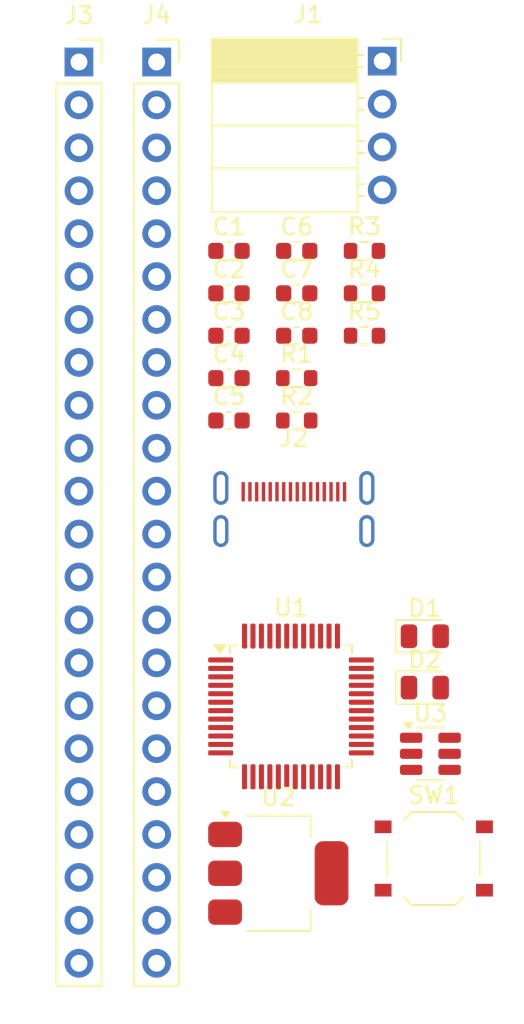
<source format=kicad_pcb>
(kicad_pcb (version 20240108) (generator "pcbnew") (generator_version "8.0")
  (layers (0 "F.Cu" signal) (31 "B.Cu" signal) (34 "B.Paste" user) (35 "F.Paste" user) (36 "B.SilkS" user "B.Silkscreen") (37 "F.SilkS" user "F.Silkscreen") (38 "B.Mask" user) (39 "F.Mask" user) (44 "Edge.Cuts" user))
  (net 0 "")
  (net 1 "NRST")
  (net 2 "GND")
  (net 3 "+3V3")
  (net 4 "+5V")
  (net 5 "Net-(D1-K)")
  (net 6 "Net-(D2-K)")
  (net 7 "D24")
  (net 8 "BOOT")
  (net 9 "Net-(J2-CC1)")
  (net 10 "Net-(J2-CC2)")
  (net 11 "A4")
  (net 12 "D17")
  (net 13 "USB_DM_D0")
  (net 14 "USB_DP_D1")
  (net 15 "D21")
  (net 16 "A3")
  (net 17 "SPI_SCK_PWM_D13")
  (net 18 "D8")
  (net 19 "A8")
  (net 20 "SPI_MOSI_I2S_SD_PWM_D15")
  (net 21 "D5")
  (net 22 "USART_TX_PWM_D10")
  (net 23 "A7")
  (net 24 "CAN_RX_PWM_D18")
  (net 25 "A0")
  (net 26 "USART_TX_PWM_D11")
  (net 27 "D22")
  (net 28 "D6")
  (net 29 "D7")
  (net 30 "A5")
  (net 31 "CAN_TX_PWM_D19")
  (net 32 "D20")
  (net 33 "A2")
  (net 34 "D2")
  (net 35 "A1")
  (net 36 "I2C_SDA_PWM_D4")
  (net 37 "/SWCLK")
  (net 38 "D23")
  (net 39 "I2C_SCL_PWM_D3")
  (net 40 "PWM_D9")
  (net 41 "SPI_MISO_I2S_MCK_PWM_D14")
  (net 42 "A9")
  (net 43 "/SWDIO")
  (net 44 "A6")
  (net 45 "I2S_WS_PWM_D12")
  (net 46 "D16")
  (net 47 "Net-(J2-D--PadA7)")
  (net 48 "Net-(J2-D+-PadA6)")
  (footprint "Resistor_SMD:R_0603_1608Metric" (layer "F.Cu") (at 97.958 110.749)
    (property "Reference" "R2" (at 0 -1.43 0) (layer "F.SilkS"))
    (property "Value" "51R")
    (fp_line (start -0.237258 -0.5225) (end 0.237258 -0.5225) (stroke (width 0.12)) (layer "F.SilkS"))
    (fp_line (start -0.237258 0.5225) (end 0.237258 0.5225) (stroke (width 0.12)) (layer "F.SilkS"))
    (pad "1" smd roundrect (at -0.825 0) (size 0.8 0.95) (layers "F.Cu" "F.Paste" "F.Mask") (net 5 "Net-(D1-K)"))
    (pad "2" smd roundrect (at 0.825 0) (size 0.8 0.95) (layers "F.Cu" "F.Paste" "F.Mask") (net 2 "GND"))
  )
  (footprint "Resistor_SMD:R_0603_1608Metric" (layer "F.Cu") (at 101.968 100.709)
    (property "Reference" "R3" (at 0 -1.43 0) (layer "F.SilkS"))
    (property "Value" "5.1k")
    (fp_line (start -0.237258 -0.5225) (end 0.237258 -0.5225) (stroke (width 0.12)) (layer "F.SilkS"))
    (fp_line (start -0.237258 0.5225) (end 0.237258 0.5225) (stroke (width 0.12)) (layer "F.SilkS"))
    (pad "1" smd roundrect (at -0.825 0) (size 0.8 0.95) (layers "F.Cu" "F.Paste" "F.Mask") (net 2 "GND"))
    (pad "2" smd roundrect (at 0.825 0) (size 0.8 0.95) (layers "F.Cu" "F.Paste" "F.Mask") (net 9 "Net-(J2-CC1)"))
  )
  (footprint "Capacitor_SMD:C_0603_1608Metric" (layer "F.Cu") (at 97.958 105.729)
    (property "Reference" "C8" (at 0 -1.43 0) (layer "F.SilkS"))
    (property "Value" "22uF")
    (fp_line (start -0.14058 -0.51) (end 0.14058 -0.51) (stroke (width 0.12)) (layer "F.SilkS"))
    (fp_line (start -0.14058 0.51) (end 0.14058 0.51) (stroke (width 0.12)) (layer "F.SilkS"))
    (pad "1" smd roundrect (at -0.775 0) (size 0.9 0.95) (layers "F.Cu" "F.Paste" "F.Mask") (net 3 "+3V3"))
    (pad "2" smd roundrect (at 0.775 0) (size 0.9 0.95) (layers "F.Cu" "F.Paste" "F.Mask") (net 2 "GND"))
  )
  (footprint "Resistor_SMD:R_0603_1608Metric" (layer "F.Cu") (at 101.968 105.729)
    (property "Reference" "R5" (at 0 -1.43 0) (layer "F.SilkS"))
    (property "Value" "51R")
    (fp_line (start -0.237258 -0.5225) (end 0.237258 -0.5225) (stroke (width 0.12)) (layer "F.SilkS"))
    (fp_line (start -0.237258 0.5225) (end 0.237258 0.5225) (stroke (width 0.12)) (layer "F.SilkS"))
    (pad "1" smd roundrect (at -0.825 0) (size 0.8 0.95) (layers "F.Cu" "F.Paste" "F.Mask") (net 6 "Net-(D2-K)"))
    (pad "2" smd roundrect (at 0.825 0) (size 0.8 0.95) (layers "F.Cu" "F.Paste" "F.Mask") (net 2 "GND"))
  )
  (footprint "Capacitor_SMD:C_0603_1608Metric" (layer "F.Cu") (at 97.958 100.709)
    (property "Reference" "C6" (at 0 -1.43 0) (layer "F.SilkS"))
    (property "Value" "0.1uF")
    (fp_line (start -0.14058 -0.51) (end 0.14058 -0.51) (stroke (width 0.12)) (layer "F.SilkS"))
    (fp_line (start -0.14058 0.51) (end 0.14058 0.51) (stroke (width 0.12)) (layer "F.SilkS"))
    (pad "1" smd roundrect (at -0.775 0) (size 0.9 0.95) (layers "F.Cu" "F.Paste" "F.Mask") (net 3 "+3V3"))
    (pad "2" smd roundrect (at 0.775 0) (size 0.9 0.95) (layers "F.Cu" "F.Paste" "F.Mask") (net 2 "GND"))
  )
  (footprint "Connector_PinSocket_2.54mm:PinSocket_1x22_P2.54mm_Vertical" (layer "F.Cu") (at 85.068 89.529)
    (property "Reference" "J3" (at 0 -2.77 0) (layer "F.SilkS"))
    (property "Value" "Conn_01x22")
    (fp_line (start -1.33 1.27) (end -1.33 54.67) (stroke (width 0.12)) (layer "F.SilkS"))
    (fp_line (start -1.33 1.27) (end 1.33 1.27) (stroke (width 0.12)) (layer "F.SilkS"))
    (fp_line (start -1.33 54.67) (end 1.33 54.67) (stroke (width 0.12)) (layer "F.SilkS"))
    (fp_line (start 0 -1.33) (end 1.33 -1.33) (stroke (width 0.12)) (layer "F.SilkS"))
    (fp_line (start 1.33 -1.33) (end 1.33 0) (stroke (width 0.12)) (layer "F.SilkS"))
    (fp_line (start 1.33 1.27) (end 1.33 54.67) (stroke (width 0.12)) (layer "F.SilkS"))
    (pad "1" thru_hole rect (at 0 0) (size 1.7 1.7) (drill 1) (layers "*.Cu" "*.Mask") (net 32 "D20"))
    (pad "2" thru_hole oval (at 0 2.54) (size 1.7 1.7) (drill 1) (layers "*.Cu" "*.Mask") (net 15 "D21"))
    (pad "3" thru_hole oval (at 0 5.08) (size 1.7 1.7) (drill 1) (layers "*.Cu" "*.Mask") (net 27 "D22"))
    (pad "4" thru_hole oval (at 0 7.62) (size 1.7 1.7) (drill 1) (layers "*.Cu" "*.Mask") (net 38 "D23"))
    (pad "5" thru_hole oval (at 0 10.16) (size 1.7 1.7) (drill 1) (layers "*.Cu" "*.Mask") (net 3 "+3V3"))
    (pad "6" thru_hole oval (at 0 12.7) (size 1.7 1.7) (drill 1) (layers "*.Cu" "*.Mask"))
    (pad "7" thru_hole oval (at 0 15.24) (size 1.7 1.7) (drill 1) (layers "*.Cu" "*.Mask") (net 25 "A0"))
    (pad "8" thru_hole oval (at 0 17.78) (size 1.7 1.7) (drill 1) (layers "*.Cu" "*.Mask") (net 35 "A1"))
    (pad "9" thru_hole oval (at 0 20.32) (size 1.7 1.7) (drill 1) (layers "*.Cu" "*.Mask") (net 33 "A2"))
    (pad "10" thru_hole oval (at 0 22.86) (size 1.7 1.7) (drill 1) (layers "*.Cu" "*.Mask") (net 16 "A3"))
    (pad "11" thru_hole oval (at 0 25.4) (size 1.7 1.7) (drill 1) (layers "*.Cu" "*.Mask") (net 11 "A4"))
    (pad "12" thru_hole oval (at 0 27.94) (size 1.7 1.7) (drill 1) (layers "*.Cu" "*.Mask") (net 30 "A5"))
    (pad "13" thru_hole oval (at 0 30.48) (size 1.7 1.7) (drill 1) (layers "*.Cu" "*.Mask") (net 44 "A6"))
    (pad "14" thru_hole oval (at 0 33.02) (size 1.7 1.7) (drill 1) (layers "*.Cu" "*.Mask") (net 23 "A7"))
    (pad "15" thru_hole oval (at 0 35.56) (size 1.7 1.7) (drill 1) (layers "*.Cu" "*.Mask") (net 19 "A8"))
    (pad "16" thru_hole oval (at 0 38.1) (size 1.7 1.7) (drill 1) (layers "*.Cu" "*.Mask") (net 42 "A9"))
    (pad "17" thru_hole oval (at 0 40.64) (size 1.7 1.7) (drill 1) (layers "*.Cu" "*.Mask") (net 2 "GND"))
    (pad "18" thru_hole oval (at 0 43.18) (size 1.7 1.7) (drill 1) (layers "*.Cu" "*.Mask") (net 2 "GND"))
    (pad "19" thru_hole oval (at 0 45.72) (size 1.7 1.7) (drill 1) (layers "*.Cu" "*.Mask") (net 8 "BOOT"))
    (pad "20" thru_hole oval (at 0 48.26) (size 1.7 1.7) (drill 1) (layers "*.Cu" "*.Mask") (net 1 "NRST"))
    (pad "21" thru_hole oval (at 0 50.8) (size 1.7 1.7) (drill 1) (layers "*.Cu" "*.Mask") (net 4 "+5V"))
    (pad "22" thru_hole oval (at 0 53.34) (size 1.7 1.7) (drill 1) (layers "*.Cu" "*.Mask") (net 4 "+5V"))
  )
  (footprint "Connector_PinSocket_2.54mm:PinSocket_1x22_P2.54mm_Vertical" (layer "F.Cu") (at 89.668 89.529)
    (property "Reference" "J4" (at 0 -2.77 0) (layer "F.SilkS"))
    (property "Value" "Conn_01x22")
    (fp_line (start -1.33 1.27) (end -1.33 54.67) (stroke (width 0.12)) (layer "F.SilkS"))
    (fp_line (start -1.33 1.27) (end 1.33 1.27) (stroke (width 0.12)) (layer "F.SilkS"))
    (fp_line (start -1.33 54.67) (end 1.33 54.67) (stroke (width 0.12)) (layer "F.SilkS"))
    (fp_line (start 0 -1.33) (end 1.33 -1.33) (stroke (width 0.12)) (layer "F.SilkS"))
    (fp_line (start 1.33 -1.33) (end 1.33 0) (stroke (width 0.12)) (layer "F.SilkS"))
    (fp_line (start 1.33 1.27) (end 1.33 54.67) (stroke (width 0.12)) (layer "F.SilkS"))
    (pad "1" thru_hole rect (at 0 0) (size 1.7 1.7) (drill 1) (layers "*.Cu" "*.Mask") (net 31 "CAN_TX_PWM_D19"))
    (pad "2" thru_hole oval (at 0 2.54) (size 1.7 1.7) (drill 1) (layers "*.Cu" "*.Mask") (net 24 "CAN_RX_PWM_D18"))
    (pad "3" thru_hole oval (at 0 5.08) (size 1.7 1.7) (drill 1) (layers "*.Cu" "*.Mask") (net 12 "D17"))
    (pad "4" thru_hole oval (at 0 7.62) (size 1.7 1.7) (drill 1) (layers "*.Cu" "*.Mask") (net 46 "D16"))
    (pad "5" thru_hole oval (at 0 10.16) (size 1.7 1.7) (drill 1) (layers "*.Cu" "*.Mask") (net 20 "SPI_MOSI_I2S_SD_PWM_D15"))
    (pad "6" thru_hole oval (at 0 12.7) (size 1.7 1.7) (drill 1) (layers "*.Cu" "*.Mask") (net 41 "SPI_MISO_I2S_MCK_PWM_D14"))
    (pad "7" thru_hole oval (at 0 15.24) (size 1.7 1.7) (drill 1) (layers "*.Cu" "*.Mask"))
    (pad "8" thru_hole oval (at 0 17.78) (size 1.7 1.7) (drill 1) (layers "*.Cu" "*.Mask") (net 17 "SPI_SCK_PWM_D13"))
    (pad "9" thru_hole oval (at 0 20.32) (size 1.7 1.7) (drill 1) (layers "*.Cu" "*.Mask") (net 45 "I2S_WS_PWM_D12"))
    (pad "10" thru_hole oval (at 0 22.86) (size 1.7 1.7) (drill 1) (layers "*.Cu" "*.Mask") (net 26 "USART_TX_PWM_D11"))
    (pad "11" thru_hole oval (at 0 25.4) (size 1.7 1.7) (drill 1) (layers "*.Cu" "*.Mask") (net 22 "USART_TX_PWM_D10"))
    (pad "12" thru_hole oval (at 0 27.94) (size 1.7 1.7) (drill 1) (layers "*.Cu" "*.Mask") (net 40 "PWM_D9"))
    (pad "13" thru_hole oval (at 0 30.48) (size 1.7 1.7) (drill 1) (layers "*.Cu" "*.Mask") (net 18 "D8"))
    (pad "14" thru_hole oval (at 0 33.02) (size 1.7 1.7) (drill 1) (layers "*.Cu" "*.Mask") (net 29 "D7"))
    (pad "15" thru_hole oval (at 0 35.56) (size 1.7 1.7) (drill 1) (layers "*.Cu" "*.Mask"))
    (pad "16" thru_hole oval (at 0 38.1) (size 1.7 1.7) (drill 1) (layers "*.Cu" "*.Mask") (net 28 "D6"))
    (pad "17" thru_hole oval (at 0 40.64) (size 1.7 1.7) (drill 1) (layers "*.Cu" "*.Mask") (net 21 "D5"))
    (pad "18" thru_hole oval (at 0 43.18) (size 1.7 1.7) (drill 1) (layers "*.Cu" "*.Mask") (net 36 "I2C_SDA_PWM_D4"))
    (pad "19" thru_hole oval (at 0 45.72) (size 1.7 1.7) (drill 1) (layers "*.Cu" "*.Mask") (net 39 "I2C_SCL_PWM_D3"))
    (pad "20" thru_hole oval (at 0 48.26) (size 1.7 1.7) (drill 1) (layers "*.Cu" "*.Mask") (net 34 "D2"))
    (pad "21" thru_hole oval (at 0 50.8) (size 1.7 1.7) (drill 1) (layers "*.Cu" "*.Mask") (net 14 "USB_DP_D1"))
    (pad "22" thru_hole oval (at 0 53.34) (size 1.7 1.7) (drill 1) (layers "*.Cu" "*.Mask") (net 13 "USB_DM_D0"))
  )
  (footprint "Capacitor_SMD:C_0603_1608Metric" (layer "F.Cu") (at 93.948 100.709)
    (property "Reference" "C1" (at 0 -1.43 0) (layer "F.SilkS"))
    (property "Value" "0.1uF")
    (fp_line (start -0.14058 -0.51) (end 0.14058 -0.51) (stroke (width 0.12)) (layer "F.SilkS"))
    (fp_line (start -0.14058 0.51) (end 0.14058 0.51) (stroke (width 0.12)) (layer "F.SilkS"))
    (pad "1" smd roundrect (at -0.775 0) (size 0.9 0.95) (layers "F.Cu" "F.Paste" "F.Mask") (net 2 "GND"))
    (pad "2" smd roundrect (at 0.775 0) (size 0.9 0.95) (layers "F.Cu" "F.Paste" "F.Mask") (net 1 "NRST"))
  )
  (footprint "Package_TO_SOT_SMD:SOT-23-6" (layer "F.Cu") (at 105.868 130.474)
    (property "Reference" "U3" (at 0 -2.4 0) (layer "F.SilkS"))
    (property "Value" "USBLC6-2SC6")
    (fp_line (start 0 -1.56) (end -0.8 -1.56) (stroke (width 0.12)) (layer "F.SilkS"))
    (fp_line (start 0 -1.56) (end 0.8 -1.56) (stroke (width 0.12)) (layer "F.SilkS"))
    (fp_line (start 0 1.56) (end -0.8 1.56) (stroke (width 0.12)) (layer "F.SilkS"))
    (fp_line (start 0 1.56) (end 0.8 1.56) (stroke (width 0.12)) (layer "F.SilkS"))
    (fp_poly (pts (xy -1.3 -1.51) (xy -1.54 -1.84) (xy -1.06 -1.84) (xy -1.3 -1.51)) (stroke (width 0.12)) (fill solid) (layer "F.SilkS"))
    (pad "1" smd roundrect (at -1.1375 -0.95) (size 1.325 0.6) (layers "F.Cu" "F.Paste" "F.Mask") (net 47 "Net-(J2-D--PadA7)"))
    (pad "2" smd roundrect (at -1.1375 0) (size 1.325 0.6) (layers "F.Cu" "F.Paste" "F.Mask") (net 2 "GND"))
    (pad "3" smd roundrect (at -1.1375 0.95) (size 1.325 0.6) (layers "F.Cu" "F.Paste" "F.Mask") (net 48 "Net-(J2-D+-PadA6)"))
    (pad "4" smd roundrect (at 1.1375 0.95) (size 1.325 0.6) (layers "F.Cu" "F.Paste" "F.Mask") (net 14 "USB_DP_D1"))
    (pad "5" smd roundrect (at 1.1375 0) (size 1.325 0.6) (layers "F.Cu" "F.Paste" "F.Mask") (net 4 "+5V"))
    (pad "6" smd roundrect (at 1.1375 -0.95) (size 1.325 0.6) (layers "F.Cu" "F.Paste" "F.Mask") (net 13 "USB_DM_D0"))
  )
  (footprint "Package_QFP:LQFP-48_7x7mm_P0.5mm" (layer "F.Cu") (at 97.618 127.669)
    (property "Reference" "U1" (at 0 -5.85 0) (layer "F.SilkS"))
    (property "Value" "STM32F042C6Tx")
    (fp_line (start -3.61 -3.61) (end -3.61 -3.16) (stroke (width 0.12)) (layer "F.SilkS"))
    (fp_line (start -3.61 3.61) (end -3.61 3.16) (stroke (width 0.12)) (layer "F.SilkS"))
    (fp_line (start -3.16 -3.61) (end -3.61 -3.61) (stroke (width 0.12)) (layer "F.SilkS"))
    (fp_line (start -3.16 3.61) (end -3.61 3.61) (stroke (width 0.12)) (layer "F.SilkS"))
    (fp_line (start 3.16 -3.61) (end 3.61 -3.61) (stroke (width 0.12)) (layer "F.SilkS"))
    (fp_line (start 3.16 3.61) (end 3.61 3.61) (stroke (width 0.12)) (layer "F.SilkS"))
    (fp_line (start 3.61 -3.61) (end 3.61 -3.16) (stroke (width 0.12)) (layer "F.SilkS"))
    (fp_line (start 3.61 3.61) (end 3.61 3.16) (stroke (width 0.12)) (layer "F.SilkS"))
    (fp_poly (pts (xy -4.2 -3.16) (xy -4.54 -3.63) (xy -3.86 -3.63) (xy -4.2 -3.16)) (stroke (width 0.12)) (fill solid) (layer "F.SilkS"))
    (pad "1" smd roundrect (at -4.1625 -2.75) (size 1.475 0.3) (layers "F.Cu" "F.Paste" "F.Mask") (net 3 "+3V3"))
    (pad "2" smd roundrect (at -4.1625 -2.25) (size 1.475 0.3) (layers "F.Cu" "F.Paste" "F.Mask") (net 32 "D20"))
    (pad "3" smd roundrect (at -4.1625 -1.75) (size 1.475 0.3) (layers "F.Cu" "F.Paste" "F.Mask") (net 15 "D21"))
    (pad "4" smd roundrect (at -4.1625 -1.25) (size 1.475 0.3) (layers "F.Cu" "F.Paste" "F.Mask") (net 27 "D22"))
    (pad "5" smd roundrect (at -4.1625 -0.75) (size 1.475 0.3) (layers "F.Cu" "F.Paste" "F.Mask") (net 38 "D23"))
    (pad "6" smd roundrect (at -4.1625 -0.25) (size 1.475 0.3) (layers "F.Cu" "F.Paste" "F.Mask") (net 7 "D24"))
    (pad "7" smd roundrect (at -4.1625 0.25) (size 1.475 0.3) (layers "F.Cu" "F.Paste" "F.Mask") (net 1 "NRST"))
    (pad "8" smd roundrect (at -4.1625 0.75) (size 1.475 0.3) (layers "F.Cu" "F.Paste" "F.Mask") (net 2 "GND"))
    (pad "9" smd roundrect (at -4.1625 1.25) (size 1.475 0.3) (layers "F.Cu" "F.Paste" "F.Mask") (net 3 "+3V3"))
    (pad "10" smd roundrect (at -4.1625 1.75) (size 1.475 0.3) (layers "F.Cu" "F.Paste" "F.Mask") (net 42 "A9"))
    (pad "11" smd roundrect (at -4.1625 2.25) (size 1.475 0.3) (layers "F.Cu" "F.Paste" "F.Mask") (net 19 "A8"))
    (pad "12" smd roundrect (at -4.1625 2.75) (size 1.475 0.3) (layers "F.Cu" "F.Paste" "F.Mask") (net 23 "A7"))
    (pad "13" smd roundrect (at -2.75 4.1625) (size 0.3 1.475) (layers "F.Cu" "F.Paste" "F.Mask") (net 44 "A6"))
    (pad "14" smd roundrect (at -2.25 4.1625) (size 0.3 1.475) (layers "F.Cu" "F.Paste" "F.Mask") (net 30 "A5"))
    (pad "15" smd roundrect (at -1.75 4.1625) (size 0.3 1.475) (layers "F.Cu" "F.Paste" "F.Mask") (net 11 "A4"))
    (pad "16" smd roundrect (at -1.25 4.1625) (size 0.3 1.475) (layers "F.Cu" "F.Paste" "F.Mask") (net 16 "A3"))
    (pad "17" smd roundrect (at -0.75 4.1625) (size 0.3 1.475) (layers "F.Cu" "F.Paste" "F.Mask") (net 33 "A2"))
    (pad "18" smd roundrect (at -0.25 4.1625) (size 0.3 1.475) (layers "F.Cu" "F.Paste" "F.Mask") (net 35 "A1"))
    (pad "19" smd roundrect (at 0.25 4.1625) (size 0.3 1.475) (layers "F.Cu" "F.Paste" "F.Mask") (net 25 "A0"))
    (pad "20" smd roundrect (at 0.75 4.1625) (size 0.3 1.475) (layers "F.Cu" "F.Paste" "F.Mask") (net 34 "D2"))
    (pad "21" smd roundrect (at 1.25 4.1625) (size 0.3 1.475) (layers "F.Cu" "F.Paste" "F.Mask") (net 39 "I2C_SCL_PWM_D3"))
    (pad "22" smd roundrect (at 1.75 4.1625) (size 0.3 1.475) (layers "F.Cu" "F.Paste" "F.Mask") (net 36 "I2C_SDA_PWM_D4"))
    (pad "23" smd roundrect (at 2.25 4.1625) (size 0.3 1.475) (layers "F.Cu" "F.Paste" "F.Mask") (net 2 "GND"))
    (pad "24" smd roundrect (at 2.75 4.1625) (size 0.3 1.475) (layers "F.Cu" "F.Paste" "F.Mask") (net 3 "+3V3"))
    (pad "25" smd roundrect (at 4.1625 2.75) (size 1.475 0.3) (layers "F.Cu" "F.Paste" "F.Mask") (net 21 "D5"))
    (pad "26" smd roundrect (at 4.1625 2.25) (size 1.475 0.3) (layers "F.Cu" "F.Paste" "F.Mask") (net 28 "D6"))
    (pad "27" smd roundrect (at 4.1625 1.75) (size 1.475 0.3) (layers "F.Cu" "F.Paste" "F.Mask") (net 29 "D7"))
    (pad "28" smd roundrect (at 4.1625 1.25) (size 1.475 0.3) (layers "F.Cu" "F.Paste" "F.Mask") (net 18 "D8"))
    (pad "29" smd roundrect (at 4.1625 0.75) (size 1.475 0.3) (layers "F.Cu" "F.Paste" "F.Mask") (net 40 "PWM_D9"))
    (pad "30" smd roundrect (at 4.1625 0.25) (size 1.475 0.3) (layers "F.Cu" "F.Paste" "F.Mask") (net 22 "USART_TX_PWM_D10"))
    (pad "31" smd roundrect (at 4.1625 -0.25) (size 1.475 0.3) (layers "F.Cu" "F.Paste" "F.Mask") (net 26 "USART_TX_PWM_D11"))
    (pad "32" smd roundrect (at 4.1625 -0.75) (size 1.475 0.3) (layers "F.Cu" "F.Paste" "F.Mask") (net 13 "USB_DM_D0"))
    (pad "33" smd roundrect (at 4.1625 -1.25) (size 1.475 0.3) (layers "F.Cu" "F.Paste" "F.Mask") (net 14 "USB_DP_D1"))
    (pad "34" smd roundrect (at 4.1625 -1.75) (size 1.475 0.3) (layers "F.Cu" "F.Paste" "F.Mask") (net 43 "/SWDIO"))
    (pad "35" smd roundrect (at 4.1625 -2.25) (size 1.475 0.3) (layers "F.Cu" "F.Paste" "F.Mask") (net 2 "GND"))
    (pad "36" smd roundrect (at 4.1625 -2.75) (size 1.475 0.3) (layers "F.Cu" "F.Paste" "F.Mask") (net 3 "+3V3"))
    (pad "37" smd roundrect (at 2.75 -4.1625) (size 0.3 1.475) (layers "F.Cu" "F.Paste" "F.Mask") (net 37 "/SWCLK"))
    (pad "38" smd roundrect (at 2.25 -4.1625) (size 0.3 1.475) (layers "F.Cu" "F.Paste" "F.Mask") (net 45 "I2S_WS_PWM_D12"))
    (pad "39" smd roundrect (at 1.75 -4.1625) (size 0.3 1.475) (layers "F.Cu" "F.Paste" "F.Mask") (net 17 "SPI_SCK_PWM_D13"))
    (pad "40" smd roundrect (at 1.25 -4.1625) (size 0.3 1.475) (layers "F.Cu" "F.Paste" "F.Mask") (net 41 "SPI_MISO_I2S_MCK_PWM_D14"))
    (pad "41" smd roundrect (at 0.75 -4.1625) (size 0.3 1.475) (layers "F.Cu" "F.Paste" "F.Mask") (net 20 "SPI_MOSI_I2S_SD_PWM_D15"))
    (pad "42" smd roundrect (at 0.25 -4.1625) (size 0.3 1.475) (layers "F.Cu" "F.Paste" "F.Mask") (net 46 "D16"))
    (pad "43" smd roundrect (at -0.25 -4.1625) (size 0.3 1.475) (layers "F.Cu" "F.Paste" "F.Mask") (net 12 "D17"))
    (pad "44" smd roundrect (at -0.75 -4.1625) (size 0.3 1.475) (layers "F.Cu" "F.Paste" "F.Mask") (net 8 "BOOT"))
    (pad "45" smd roundrect (at -1.25 -4.1625) (size 0.3 1.475) (layers "F.Cu" "F.Paste" "F.Mask") (net 24 "CAN_RX_PWM_D18"))
    (pad "46" smd roundrect (at -1.75 -4.1625) (size 0.3 1.475) (layers "F.Cu" "F.Paste" "F.Mask") (net 31 "CAN_TX_PWM_D19"))
    (pad "47" smd roundrect (at -2.25 -4.1625) (size 0.3 1.475) (layers "F.Cu" "F.Paste" "F.Mask") (net 2 "GND"))
    (pad "48" smd roundrect (at -2.75 -4.1625) (size 0.3 1.475) (layers "F.Cu" "F.Paste" "F.Mask") (net 3 "+3V3"))
  )
  (footprint "LED_SMD:LED_0805_2012Metric" (layer "F.Cu") (at 105.538 123.514)
    (property "Reference" "D1" (at 0 -1.65 0) (layer "F.SilkS"))
    (property "Value" "LED")
    (fp_line (start -1.685 -0.96) (end -1.685 0.96) (stroke (width 0.12)) (layer "F.SilkS"))
    (fp_line (start -1.685 0.96) (end 1 0.96) (stroke (width 0.12)) (layer "F.SilkS"))
    (fp_line (start 1 -0.96) (end -1.685 -0.96) (stroke (width 0.12)) (layer "F.SilkS"))
    (pad "1" smd roundrect (at -0.9375 0) (size 0.975 1.4) (layers "F.Cu" "F.Paste" "F.Mask") (net 5 "Net-(D1-K)"))
    (pad "2" smd roundrect (at 0.9375 0) (size 0.975 1.4) (layers "F.Cu" "F.Paste" "F.Mask") (net 3 "+3V3"))
  )
  (footprint "Resistor_SMD:R_0603_1608Metric" (layer "F.Cu") (at 101.968 103.219)
    (property "Reference" "R4" (at 0 -1.43 0) (layer "F.SilkS"))
    (property "Value" "5.1k")
    (fp_line (start -0.237258 -0.5225) (end 0.237258 -0.5225) (stroke (width 0.12)) (layer "F.SilkS"))
    (fp_line (start -0.237258 0.5225) (end 0.237258 0.5225) (stroke (width 0.12)) (layer "F.SilkS"))
    (pad "1" smd roundrect (at -0.825 0) (size 0.8 0.95) (layers "F.Cu" "F.Paste" "F.Mask") (net 2 "GND"))
    (pad "2" smd roundrect (at 0.825 0) (size 0.8 0.95) (layers "F.Cu" "F.Paste" "F.Mask") (net 10 "Net-(J2-CC2)"))
  )
  (footprint "Capacitor_SMD:C_0603_1608Metric" (layer "F.Cu") (at 93.948 105.729)
    (property "Reference" "C3" (at 0 -1.43 0) (layer "F.SilkS"))
    (property "Value" "0.1uF")
    (fp_line (start -0.14058 -0.51) (end 0.14058 -0.51) (stroke (width 0.12)) (layer "F.SilkS"))
    (fp_line (start -0.14058 0.51) (end 0.14058 0.51) (stroke (width 0.12)) (layer "F.SilkS"))
    (pad "1" smd roundrect (at -0.775 0) (size 0.9 0.95) (layers "F.Cu" "F.Paste" "F.Mask") (net 3 "+3V3"))
    (pad "2" smd roundrect (at 0.775 0) (size 0.9 0.95) (layers "F.Cu" "F.Paste" "F.Mask") (net 2 "GND"))
  )
  (footprint "Capacitor_SMD:C_0603_1608Metric" (layer "F.Cu") (at 93.948 110.749)
    (property "Reference" "C5" (at 0 -1.43 0) (layer "F.SilkS"))
    (property "Value" "0.1uF")
    (fp_line (start -0.14058 -0.51) (end 0.14058 -0.51) (stroke (width 0.12)) (layer "F.SilkS"))
    (fp_line (start -0.14058 0.51) (end 0.14058 0.51) (stroke (width 0.12)) (layer "F.SilkS"))
    (pad "1" smd roundrect (at -0.775 0) (size 0.9 0.95) (layers "F.Cu" "F.Paste" "F.Mask") (net 3 "+3V3"))
    (pad "2" smd roundrect (at 0.775 0) (size 0.9 0.95) (layers "F.Cu" "F.Paste" "F.Mask") (net 2 "GND"))
  )
  (footprint "Capacitor_SMD:C_0603_1608Metric" (layer "F.Cu") (at 97.958 103.219)
    (property "Reference" "C7" (at 0 -1.43 0) (layer "F.SilkS"))
    (property "Value" "10uF")
    (fp_line (start -0.14058 -0.51) (end 0.14058 -0.51) (stroke (width 0.12)) (layer "F.SilkS"))
    (fp_line (start -0.14058 0.51) (end 0.14058 0.51) (stroke (width 0.12)) (layer "F.SilkS"))
    (pad "1" smd roundrect (at -0.775 0) (size 0.9 0.95) (layers "F.Cu" "F.Paste" "F.Mask") (net 4 "+5V"))
    (pad "2" smd roundrect (at 0.775 0) (size 0.9 0.95) (layers "F.Cu" "F.Paste" "F.Mask") (net 2 "GND"))
  )
  (footprint "Resistor_SMD:R_0603_1608Metric" (layer "F.Cu") (at 97.958 108.239)
    (property "Reference" "R1" (at 0 -1.43 0) (layer "F.SilkS"))
    (property "Value" "10k")
    (fp_line (start -0.237258 -0.5225) (end 0.237258 -0.5225) (stroke (width 0.12)) (layer "F.SilkS"))
    (fp_line (start -0.237258 0.5225) (end 0.237258 0.5225) (stroke (width 0.12)) (layer "F.SilkS"))
    (pad "1" smd roundrect (at -0.825 0) (size 0.8 0.95) (layers "F.Cu" "F.Paste" "F.Mask") (net 2 "GND"))
    (pad "2" smd roundrect (at 0.825 0) (size 0.8 0.95) (layers "F.Cu" "F.Paste" "F.Mask") (net 8 "BOOT"))
  )
  (footprint "Package_TO_SOT_SMD:SOT-223-3_TabPin2" (layer "F.Cu") (at 96.868 137.544)
    (property "Reference" "U2" (at 0 -4.5 0) (layer "F.SilkS"))
    (property "Value" "AMS1117-3.3")
    (fp_line (start -1.85 -3.41) (end 1.91 -3.41) (stroke (width 0.12)) (layer "F.SilkS"))
    (fp_line (start -1.85 3.41) (end 1.91 3.41) (stroke (width 0.12)) (layer "F.SilkS"))
    (fp_line (start 1.91 -3.41) (end 1.91 -2.15) (stroke (width 0.12)) (layer "F.SilkS"))
    (fp_line (start 1.91 3.41) (end 1.91 2.15) (stroke (width 0.12)) (layer "F.SilkS"))
    (fp_poly (pts (xy -3.13 -3.31) (xy -3.37 -3.64) (xy -2.89 -3.64) (xy -3.13 -3.31)) (stroke (width 0.12)) (fill solid) (layer "F.SilkS"))
    (pad "1" smd roundrect (at -3.15 -2.3) (size 2 1.5) (layers "F.Cu" "F.Paste" "F.Mask") (net 2 "GND"))
    (pad "2" smd roundrect (at -3.15 0) (size 2 1.5) (layers "F.Cu" "F.Paste" "F.Mask") (net 3 "+3V3"))
    (pad "2" smd roundrect (at 3.15 0) (size 2 3.8) (layers "F.Cu" "F.Paste" "F.Mask") (net 3 "+3V3"))
    (pad "3" smd roundrect (at -3.15 2.3) (size 2 1.5) (layers "F.Cu" "F.Paste" "F.Mask") (net 4 "+5V"))
  )
  (footprint "Capacitor_SMD:C_0603_1608Metric" (layer "F.Cu") (at 93.948 103.219)
    (property "Reference" "C2" (at 0 -1.43 0) (layer "F.SilkS"))
    (property "Value" "0.1uF")
    (fp_line (start -0.14058 -0.51) (end 0.14058 -0.51) (stroke (width 0.12)) (layer "F.SilkS"))
    (fp_line (start -0.14058 0.51) (end 0.14058 0.51) (stroke (width 0.12)) (layer "F.SilkS"))
    (pad "1" smd roundrect (at -0.775 0) (size 0.9 0.95) (layers "F.Cu" "F.Paste" "F.Mask") (net 3 "+3V3"))
    (pad "2" smd roundrect (at 0.775 0) (size 0.9 0.95) (layers "F.Cu" "F.Paste" "F.Mask") (net 2 "GND"))
  )
  (footprint "Connector_PinSocket_2.54mm:PinSocket_1x04_P2.54mm_Horizontal" (layer "F.Cu") (at 103.018 89.479)
    (property "Reference" "J1" (at -4.38 -2.77 0) (layer "F.SilkS"))
    (property "Value" "Conn_01x04")
    (fp_line (start -10.09 -1.33) (end -10.09 8.95) (stroke (width 0.12)) (layer "F.SilkS"))
    (fp_line (start -10.09 -1.33) (end -1.46 -1.33) (stroke (width 0.12)) (layer "F.SilkS"))
    (fp_line (start -10.09 -1.21) (end -1.46 -1.21) (stroke (width 0.12)) (layer "F.SilkS"))
    (fp_line (start -10.09 -1.091905) (end -1.46 -1.091905) (stroke (width 0.12)) (layer "F.SilkS"))
    (fp_line (start -10.09 -0.97381) (end -1.46 -0.97381) (stroke (width 0.12)) (layer "F.SilkS"))
    (fp_line (start -10.09 -0.855715) (end -1.46 -0.855715) (stroke (width 0.12)) (layer "F.SilkS"))
    (fp_line (start -10.09 -0.73762) (end -1.46 -0.73762) (stroke (width 0.12)) (layer "F.SilkS"))
    (fp_line (start -10.09 -0.619525) (end -1.46 -0.619525) (stroke (width 0.12)) (layer "F.SilkS"))
    (fp_line (start -10.09 -0.50143) (end -1.46 -0.50143) (stroke (width 0.12)) (layer "F.SilkS"))
    (fp_line (start -10.09 -0.383335) (end -1.46 -0.383335) (stroke (width 0.12)) (layer "F.SilkS"))
    (fp_line (start -10.09 -0.26524) (end -1.46 -0.26524) (stroke (width 0.12)) (layer "F.SilkS"))
    (fp_line (start -10.09 -0.147145) (end -1.46 -0.147145) (stroke (width 0.12)) (layer "F.SilkS"))
    (fp_line (start -10.09 -0.02905) (end -1.46 -0.02905) (stroke (width 0.12)) (layer "F.SilkS"))
    (fp_line (start -10.09 0.089045) (end -1.46 0.089045) (stroke (width 0.12)) (layer "F.SilkS"))
    (fp_line (start -10.09 0.20714) (end -1.46 0.20714) (stroke (width 0.12)) (layer "F.SilkS"))
    (fp_line (start -10.09 0.325235) (end -1.46 0.325235) (stroke (width 0.12)) (layer "F.SilkS"))
    (fp_line (start -10.09 0.44333) (end -1.46 0.44333) (stroke (width 0.12)) (layer "F.SilkS"))
    (fp_line (start -10.09 0.561425) (end -1.46 0.561425) (stroke (width 0.12)) (layer "F.SilkS"))
    (fp_line (start -10.09 0.67952) (end -1.46 0.67952) (stroke (width 0.12)) (layer "F.SilkS"))
    (fp_line (start -10.09 0.797615) (end -1.46 0.797615) (stroke (width 0.12)) (layer "F.SilkS"))
    (fp_line (start -10.09 0.91571) (end -1.46 0.91571) (stroke (width 0.12)) (layer "F.SilkS"))
    (fp_line (start -10.09 1.033805) (end -1.46 1.033805) (stroke (width 0.12)) (layer "F.SilkS"))
    (fp_line (start -10.09 1.1519) (end -1.46 1.1519) (stroke (width 0.12)) (layer "F.SilkS"))
    (fp_line (start -10.09 1.27) (end -1.46 1.27) (stroke (width 0.12)) (layer "F.SilkS"))
    (fp_line (start -10.09 3.81) (end -1.46 3.81) (stroke (width 0.12)) (layer "F.SilkS"))
    (fp_line (start -10.09 6.35) (end -1.46 6.35) (stroke (width 0.12)) (layer "F.SilkS"))
    (fp_line (start -10.09 8.95) (end -1.46 8.95) (stroke (width 0.12)) (layer "F.SilkS"))
    (fp_line (start -1.46 -1.33) (end -1.46 8.95) (stroke (width 0.12)) (layer "F.SilkS"))
    (fp_line (start -1.46 -0.36) (end -1.11 -0.36) (stroke (width 0.12)) (layer "F.SilkS"))
    (fp_line (start -1.46 0.36) (end -1.11 0.36) (stroke (width 0.12)) (layer "F.SilkS"))
    (fp_line (start -1.46 2.18) (end -1.05 2.18) (stroke (width 0.12)) (layer "F.SilkS"))
    (fp_line (start -1.46 2.9) (end -1.05 2.9) (stroke (width 0.12)) (layer "F.SilkS"))
    (fp_line (start -1.46 4.72) (end -1.05 4.72) (stroke (width 0.12)) (layer "F.SilkS"))
    (fp_line (start -1.46 5.44) (end -1.05 5.44) (stroke (width 0.12)) (layer "F.SilkS"))
    (fp_line (start -1.46 7.26) (end -1.05 7.26) (stroke (width 0.12)) (layer "F.SilkS"))
    (fp_line (start -1.46 7.98) (end -1.05 7.98) (stroke (width 0.12)) (layer "F.SilkS"))
    (fp_line (start 0 -1.33) (end 1.11 -1.33) (stroke (width 0.12)) (layer "F.SilkS"))
    (fp_line (start 1.11 -1.33) (end 1.11 0) (stroke (width 0.12)) (layer "F.SilkS"))
    (pad "1" thru_hole rect (at 0 0) (size 1.7 1.7) (drill 1) (layers "*.Cu" "*.Mask") (net 3 "+3V3"))
    (pad "2" thru_hole oval (at 0 2.54) (size 1.7 1.7) (drill 1) (layers "*.Cu" "*.Mask") (net 43 "/SWDIO"))
    (pad "3" thru_hole oval (at 0 5.08) (size 1.7 1.7) (drill 1) (layers "*.Cu" "*.Mask") (net 37 "/SWCLK"))
    (pad "4" thru_hole oval (at 0 7.62) (size 1.7 1.7) (drill 1) (layers "*.Cu" "*.Mask") (net 2 "GND"))
  )
  (footprint "Button_Switch_SMD:SW_Push_1P1T_XKB_TS-1187A" (layer "F.Cu") (at 106.068 136.669)
    (property "Reference" "SW1" (at 0 -3.75 0) (layer "F.SilkS"))
    (property "Value" "SW_Push")
    (fp_line (start -2.75 -1) (end -2.75 1) (stroke (width 0.12)) (layer "F.SilkS"))
    (fp_line (start -1.75 -2.3) (end -1.3 -2.75) (stroke (width 0.12)) (layer "F.SilkS"))
    (fp_line (start -1.75 2.3) (end -1.3 2.75) (stroke (width 0.12)) (layer "F.SilkS"))
    (fp_line (start -1.3 -2.75) (end 1.3 -2.75) (stroke (width 0.12)) (layer "F.SilkS"))
    (fp_line (start -1.3 2.75) (end 1.3 2.75) (stroke (width 0.12)) (layer "F.SilkS"))
    (fp_line (start 1.75 -2.3) (end 1.3 -2.75) (stroke (width 0.12)) (layer "F.SilkS"))
    (fp_line (start 1.75 2.3) (end 1.3 2.75) (stroke (width 0.12)) (layer "F.SilkS"))
    (fp_line (start 2.75 -1) (end 2.75 1) (stroke (width 0.12)) (layer "F.SilkS"))
    (pad "1" smd rect (at -3 -1.875) (size 1 0.75) (layers "F.Cu" "F.Paste" "F.Mask") (net 2 "GND"))
    (pad "1" smd rect (at 3 -1.875) (size 1 0.75) (layers "F.Cu" "F.Paste" "F.Mask") (net 2 "GND"))
    (pad "2" smd rect (at -3 1.875) (size 1 0.75) (layers "F.Cu" "F.Paste" "F.Mask") (net 1 "NRST"))
    (pad "2" smd rect (at 3 1.875) (size 1 0.75) (layers "F.Cu" "F.Paste" "F.Mask") (net 1 "NRST"))
  )
  (footprint "LED_SMD:LED_0805_2012Metric" (layer "F.Cu") (at 105.538 126.554)
    (property "Reference" "D2" (at 0 -1.65 0) (layer "F.SilkS"))
    (property "Value" "LED")
    (fp_line (start -1.685 -0.96) (end -1.685 0.96) (stroke (width 0.12)) (layer "F.SilkS"))
    (fp_line (start -1.685 0.96) (end 1 0.96) (stroke (width 0.12)) (layer "F.SilkS"))
    (fp_line (start 1 -0.96) (end -1.685 -0.96) (stroke (width 0.12)) (layer "F.SilkS"))
    (pad "1" smd roundrect (at -0.9375 0) (size 0.975 1.4) (layers "F.Cu" "F.Paste" "F.Mask") (net 6 "Net-(D2-K)"))
    (pad "2" smd roundrect (at 0.9375 0) (size 0.975 1.4) (layers "F.Cu" "F.Paste" "F.Mask") (net 7 "D24"))
  )
  (footprint "Capacitor_SMD:C_0603_1608Metric" (layer "F.Cu") (at 93.948 108.239)
    (property "Reference" "C4" (at 0 -1.43 0) (layer "F.SilkS"))
    (property "Value" "0.1uF")
    (fp_line (start -0.14058 -0.51) (end 0.14058 -0.51) (stroke (width 0.12)) (layer "F.SilkS"))
    (fp_line (start -0.14058 0.51) (end 0.14058 0.51) (stroke (width 0.12)) (layer "F.SilkS"))
    (pad "1" smd roundrect (at -0.775 0) (size 0.9 0.95) (layers "F.Cu" "F.Paste" "F.Mask") (net 3 "+3V3"))
    (pad "2" smd roundrect (at 0.775 0) (size 0.9 0.95) (layers "F.Cu" "F.Paste" "F.Mask") (net 2 "GND"))
  )
  (footprint "Connector_USB:USB_C_Receptacle_Hanbo_16P_TopMnt_Horizontal" (layer "F.Cu") (at 97.788 117.289)
    (property "Reference" "J2" (at 0 -5.5 0) (layer "F.SilkS"))
    (property "Value" "USB_C_Receptacle_USB2.0_16P")
    (pad "A1" smd roundrect (at -3 -2.325) (size 0.2 1.15) (layers "F.Cu" "F.Paste" "F.Mask") (net 2 "GND"))
    (pad "A1" smd roundrect (at -2.6 -2.325) (size 0.2 1.15) (layers "F.Cu" "F.Paste" "F.Mask") (net 2 "GND"))
    (pad "A1" smd roundrect (at 2.6 -2.325) (size 0.2 1.15) (layers "F.Cu" "F.Paste" "F.Mask") (net 2 "GND"))
    (pad "A1" smd roundrect (at 3 -2.325) (size 0.2 1.15) (layers "F.Cu" "F.Paste" "F.Mask") (net 2 "GND"))
    (pad "A4" smd roundrect (at -2.2 -2.325) (size 0.2 1.15) (layers "F.Cu" "F.Paste" "F.Mask") (net 4 "+5V"))
    (pad "A4" smd roundrect (at -1.8 -2.325) (size 0.2 1.15) (layers "F.Cu" "F.Paste" "F.Mask") (net 4 "+5V"))
    (pad "A4" smd roundrect (at 1.8 -2.325) (size 0.2 1.15) (layers "F.Cu" "F.Paste" "F.Mask") (net 4 "+5V"))
    (pad "A4" smd roundrect (at 2.2 -2.325) (size 0.2 1.15) (layers "F.Cu" "F.Paste" "F.Mask") (net 4 "+5V"))
    (pad "A5" smd roundrect (at -1 -2.325) (size 0.2 1.15) (layers "F.Cu" "F.Paste" "F.Mask") (net 9 "Net-(J2-CC1)"))
    (pad "A6" smd roundrect (at -0.2 -2.325) (size 0.2 1.15) (layers "F.Cu" "F.Paste" "F.Mask") (net 48 "Net-(J2-D+-PadA6)"))
    (pad "A7" smd roundrect (at 0.2 -2.325) (size 0.2 1.15) (layers "F.Cu" "F.Paste" "F.Mask") (net 47 "Net-(J2-D--PadA7)"))
    (pad "A8" smd roundrect (at 1 -2.325) (size 0.2 1.15) (layers "F.Cu" "F.Paste" "F.Mask"))
    (pad "B5" smd roundrect (at 1.4 -2.325) (size 0.2 1.15) (layers "F.Cu" "F.Paste" "F.Mask") (net 10 "Net-(J2-CC2)"))
    (pad "B6" smd roundrect (at 0.6 -2.325) (size 0.2 1.15) (layers "F.Cu" "F.Paste" "F.Mask") (net 48 "Net-(J2-D+-PadA6)"))
    (pad "B7" smd roundrect (at -0.6 -2.325) (size 0.2 1.15) (layers "F.Cu" "F.Paste" "F.Mask") (net 47 "Net-(J2-D--PadA7)"))
    (pad "B8" smd roundrect (at -1.4 -2.325) (size 0.2 1.15) (layers "F.Cu" "F.Paste" "F.Mask"))
    (pad "S1" thru_hole oval (at -4.32 -2.55) (size 0.9 2) (drill oval 0.5 1.6) (layers "*.Cu" "*.Mask" "F.Paste") (net 2 "GND"))
    (pad "S1" thru_hole oval (at -4.32 0) (size 0.9 1.9) (drill oval 0.5 1.5) (layers "*.Cu" "*.Mask" "F.Paste") (net 2 "GND"))
    (pad "S1" thru_hole oval (at 4.32 -2.55) (size 0.9 2) (drill oval 0.5 1.6) (layers "*.Cu" "*.Mask" "F.Paste") (net 2 "GND"))
    (pad "S1" thru_hole oval (at 4.32 0) (size 0.9 1.9) (drill oval 0.5 1.5) (layers "*.Cu" "*.Mask" "F.Paste") (net 2 "GND"))
  )
)
</source>
